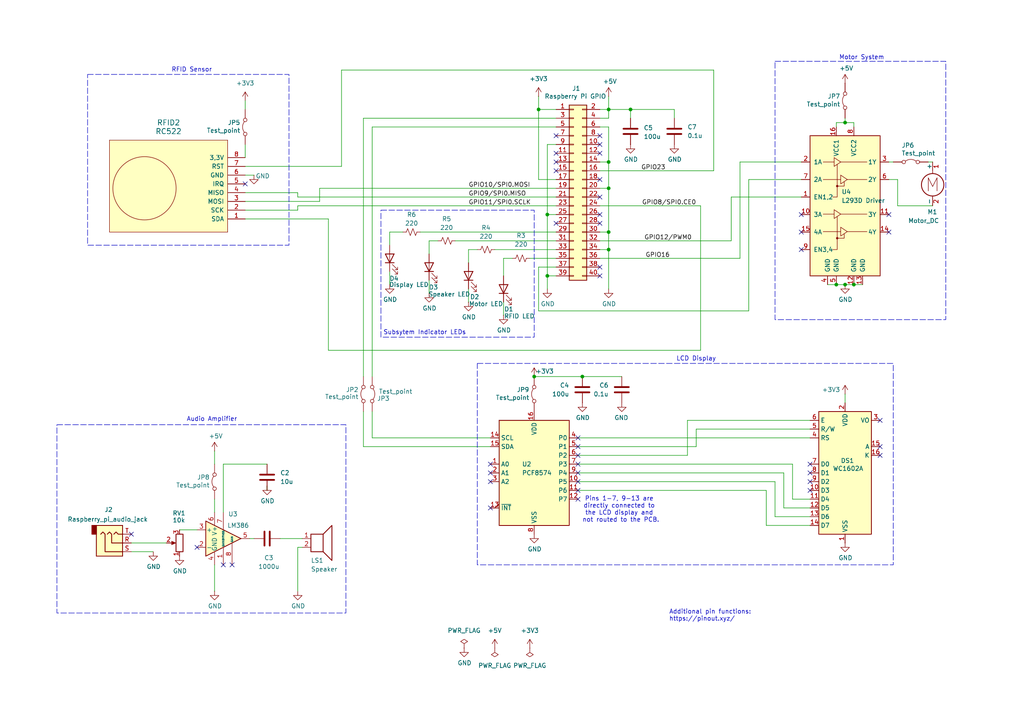
<source format=kicad_sch>
(kicad_sch (version 20231120) (generator "eeschema") (generator_version "8.0")
  (paper "A4")
  (title_block (title "ECE411_Schematic") (date "2024-11-20") (rev "6") (comment 1 "Hiep Thieu"))
  (lib_symbols
    (symbol "+5V_1" (power) (pin_numbers hide) (pin_names (offset 0) hide)
      (property "Value" "+5V" (at 0 3.556 0))
      (symbol "+5V_1_0_1"
        (polyline (pts (xy -0.762 1.27) (xy 0 2.54)))
        (polyline (pts (xy 0 0) (xy 0 2.54)))
        (polyline (pts (xy 0 2.54) (xy 0.762 1.27)))
      )
      (symbol "+5V_1_1_1"
        (pin power_in line (at 0 0 90) (length 0) (name "~") (number "1"))
      )
    )
    (symbol "Amplifier_Audio:LM386" (pin_names (offset 0.127))
      (property "Reference" "U" (at 1.27 7.62 0))
      (property "Value" "LM386" (at 1.27 5.08 0))
      (symbol "LM386_0_1"
        (polyline (pts (xy 5.08 0) (xy -5.08 5.08) (xy -5.08 -5.08) (xy 5.08 0)) (stroke (width 0.254)) (fill (type background)))
      )
      (symbol "LM386_1_1"
        (pin input line (at 0 -7.62 90) (length 5.08) (name "GAIN") (number "1"))
        (pin input line (at -7.62 -2.54 0) (length 2.54) (name "-") (number "2"))
        (pin input line (at -7.62 2.54 0) (length 2.54) (name "+") (number "3"))
        (pin power_in line (at -2.54 -7.62 90) (length 3.81) (name "GND") (number "4"))
        (pin output line (at 7.62 0 180) (length 2.54) (name "~") (number "5"))
        (pin input line (at -2.54 7.62 270) (length 3.81) (name "V+") (number "6"))
        (pin input line (at 0 7.62 270) (length 5.08) (name "BYPASS") (number "7"))
        (pin input line (at 2.54 -7.62 90) (length 6.35) (name "GAIN") (number "8"))
      )
    )
    (symbol "Connector_Audio:AudioJack3"
      (property "Reference" "J" (at 0 8.89 0))
      (property "Value" "AudioJack3" (at 0 6.35 0))
      (symbol "AudioJack3_0_1"
        (rectangle (start -5.08 -5.08) (end -6.35 -2.54) (stroke (width 0.254)) (fill (type outline)))
        (polyline (pts (xy 0 -2.54) (xy 0.635 -3.175) (xy 1.27 -2.54) (xy 2.54 -2.54)) (stroke (width 0.254)))
        (polyline (pts (xy -1.905 -2.54) (xy -1.27 -3.175) (xy -0.635 -2.54) (xy -0.635 0) (xy 2.54 0)) (stroke (width 0.254)))
        (polyline (pts (xy 2.54 2.54) (xy -2.54 2.54) (xy -2.54 -2.54) (xy -3.175 -3.175) (xy -3.81 -2.54)) (stroke (width 0.254)))
        (rectangle (start 2.54 3.81) (end -5.08 -5.08) (stroke (width 0.254)) (fill (type background)))
      )
      (symbol "AudioJack3_1_1"
        (pin passive line (at 5.08 0 180) (length 2.54) (name "~") (number "R"))
        (pin passive line (at 5.08 2.54 180) (length 2.54) (name "~") (number "S"))
        (pin passive line (at 5.08 -2.54 180) (length 2.54) (name "~") (number "T"))
      )
    )
    (symbol "Connector_Generic:Conn_02x20_Odd_Even" (pin_names (offset 1.016) hide)
      (property "Reference" "J" (at 1.27 25.4 0))
      (property "Value" "Conn_02x20_Odd_Even" (at 1.27 -27.94 0))
      (symbol "Conn_02x20_Odd_Even_1_1"
        (rectangle (start -1.27 -25.273) (end 0 -25.527) (stroke (width 0.1524)))
        (rectangle (start -1.27 -22.733) (end 0 -22.987) (stroke (width 0.1524)))
        (rectangle (start -1.27 -20.193) (end 0 -20.447) (stroke (width 0.1524)))
        (rectangle (start -1.27 -17.653) (end 0 -17.907) (stroke (width 0.1524)))
        (rectangle (start -1.27 -15.113) (end 0 -15.367) (stroke (width 0.1524)))
        (rectangle (start -1.27 -12.573) (end 0 -12.827) (stroke (width 0.1524)))
        (rectangle (start -1.27 -10.033) (end 0 -10.287) (stroke (width 0.1524)))
        (rectangle (start -1.27 -7.493) (end 0 -7.747) (stroke (width 0.1524)))
        (rectangle (start -1.27 -4.953) (end 0 -5.207) (stroke (width 0.1524)))
        (rectangle (start -1.27 -2.413) (end 0 -2.667) (stroke (width 0.1524)))
        (rectangle (start -1.27 0.127) (end 0 -0.127) (stroke (width 0.1524)))
        (rectangle (start -1.27 2.667) (end 0 2.413) (stroke (width 0.1524)))
        (rectangle (start -1.27 5.207) (end 0 4.953) (stroke (width 0.1524)))
        (rectangle (start -1.27 7.747) (end 0 7.493) (stroke (width 0.1524)))
        (rectangle (start -1.27 10.287) (end 0 10.033) (stroke (width 0.1524)))
        (rectangle (start -1.27 12.827) (end 0 12.573) (stroke (width 0.1524)))
        (rectangle (start -1.27 15.367) (end 0 15.113) (stroke (width 0.1524)))
        (rectangle (start -1.27 17.907) (end 0 17.653) (stroke (width 0.1524)))
        (rectangle (start -1.27 20.447) (end 0 20.193) (stroke (width 0.1524)))
        (rectangle (start -1.27 22.987) (end 0 22.733) (stroke (width 0.1524)))
        (rectangle (start -1.27 24.13) (end 3.81 -26.67) (stroke (width 0.254)) (fill (type background)))
        (rectangle (start 3.81 -25.273) (end 2.54 -25.527) (stroke (width 0.1524)))
        (rectangle (start 3.81 -22.733) (end 2.54 -22.987) (stroke (width 0.1524)))
        (rectangle (start 3.81 -20.193) (end 2.54 -20.447) (stroke (width 0.1524)))
        (rectangle (start 3.81 -17.653) (end 2.54 -17.907) (stroke (width 0.1524)))
        (rectangle (start 3.81 -15.113) (end 2.54 -15.367) (stroke (width 0.1524)))
        (rectangle (start 3.81 -12.573) (end 2.54 -12.827) (stroke (width 0.1524)))
        (rectangle (start 3.81 -10.033) (end 2.54 -10.287) (stroke (width 0.1524)))
        (rectangle (start 3.81 -7.493) (end 2.54 -7.747) (stroke (width 0.1524)))
        (rectangle (start 3.81 -4.953) (end 2.54 -5.207) (stroke (width 0.1524)))
        (rectangle (start 3.81 -2.413) (end 2.54 -2.667) (stroke (width 0.1524)))
        (rectangle (start 3.81 0.127) (end 2.54 -0.127) (stroke (width 0.1524)))
        (rectangle (start 3.81 2.667) (end 2.54 2.413) (stroke (width 0.1524)))
        (rectangle (start 3.81 5.207) (end 2.54 4.953) (stroke (width 0.1524)))
        (rectangle (start 3.81 7.747) (end 2.54 7.493) (stroke (width 0.1524)))
        (rectangle (start 3.81 10.287) (end 2.54 10.033) (stroke (width 0.1524)))
        (rectangle (start 3.81 12.827) (end 2.54 12.573) (stroke (width 0.1524)))
        (rectangle (start 3.81 15.367) (end 2.54 15.113) (stroke (width 0.1524)))
        (rectangle (start 3.81 17.907) (end 2.54 17.653) (stroke (width 0.1524)))
        (rectangle (start 3.81 20.447) (end 2.54 20.193) (stroke (width 0.1524)))
        (rectangle (start 3.81 22.987) (end 2.54 22.733) (stroke (width 0.1524)))
        (pin passive line (at -5.08 22.86 0) (length 3.81) (name "Pin_1") (number "1"))
        (pin passive line (at 7.62 12.7 180) (length 3.81) (name "Pin_10") (number "10"))
        (pin passive line (at -5.08 10.16 0) (length 3.81) (name "Pin_11") (number "11"))
        (pin passive line (at 7.62 10.16 180) (length 3.81) (name "Pin_12") (number "12"))
        (pin passive line (at -5.08 7.62 0) (length 3.81) (name "Pin_13") (number "13"))
        (pin passive line (at 7.62 7.62 180) (length 3.81) (name "Pin_14") (number "14"))
        (pin passive line (at -5.08 5.08 0) (length 3.81) (name "Pin_15") (number "15"))
        (pin passive line (at 7.62 5.08 180) (length 3.81) (name "Pin_16") (number "16"))
        (pin passive line (at -5.08 2.54 0) (length 3.81) (name "Pin_17") (number "17"))
        (pin passive line (at 7.62 2.54 180) (length 3.81) (name "Pin_18") (number "18"))
        (pin passive line (at -5.08 0 0) (length 3.81) (name "Pin_19") (number "19"))
        (pin passive line (at 7.62 22.86 180) (length 3.81) (name "Pin_2") (number "2"))
        (pin passive line (at 7.62 0 180) (length 3.81) (name "Pin_20") (number "20"))
        (pin passive line (at -5.08 -2.54 0) (length 3.81) (name "Pin_21") (number "21"))
        (pin passive line (at 7.62 -2.54 180) (length 3.81) (name "Pin_22") (number "22"))
        (pin passive line (at -5.08 -5.08 0) (length 3.81) (name "Pin_23") (number "23"))
        (pin passive line (at 7.62 -5.08 180) (length 3.81) (name "Pin_24") (number "24"))
        (pin passive line (at -5.08 -7.62 0) (length 3.81) (name "Pin_25") (number "25"))
        (pin passive line (at 7.62 -7.62 180) (length 3.81) (name "Pin_26") (number "26"))
        (pin passive line (at -5.08 -10.16 0) (length 3.81) (name "Pin_27") (number "27"))
        (pin passive line (at 7.62 -10.16 180) (length 3.81) (name "Pin_28") (number "28"))
        (pin passive line (at -5.08 -12.7 0) (length 3.81) (name "Pin_29") (number "29"))
        (pin passive line (at -5.08 20.32 0) (length 3.81) (name "Pin_3") (number "3"))
        (pin passive line (at 7.62 -12.7 180) (length 3.81) (name "Pin_30") (number "30"))
        (pin passive line (at -5.08 -15.24 0) (length 3.81) (name "Pin_31") (number "31"))
        (pin passive line (at 7.62 -15.24 180) (length 3.81) (name "Pin_32") (number "32"))
        (pin passive line (at -5.08 -17.78 0) (length 3.81) (name "Pin_33") (number "33"))
        (pin passive line (at 7.62 -17.78 180) (length 3.81) (name "Pin_34") (number "34"))
        (pin passive line (at -5.08 -20.32 0) (length 3.81) (name "Pin_35") (number "35"))
        (pin passive line (at 7.62 -20.32 180) (length 3.81) (name "Pin_36") (number "36"))
        (pin passive line (at -5.08 -22.86 0) (length 3.81) (name "Pin_37") (number "37"))
        (pin passive line (at 7.62 -22.86 180) (length 3.81) (name "Pin_38") (number "38"))
        (pin passive line (at -5.08 -25.4 0) (length 3.81) (name "Pin_39") (number "39"))
        (pin passive line (at 7.62 20.32 180) (length 3.81) (name "Pin_4") (number "4"))
        (pin passive line (at 7.62 -25.4 180) (length 3.81) (name "Pin_40") (number "40"))
        (pin passive line (at -5.08 17.78 0) (length 3.81) (name "Pin_5") (number "5"))
        (pin passive line (at 7.62 17.78 180) (length 3.81) (name "Pin_6") (number "6"))
        (pin passive line (at -5.08 15.24 0) (length 3.81) (name "Pin_7") (number "7"))
        (pin passive line (at 7.62 15.24 180) (length 3.81) (name "Pin_8") (number "8"))
        (pin passive line (at -5.08 12.7 0) (length 3.81) (name "Pin_9") (number "9"))
      )
    )
    (symbol "Device:C" (pin_numbers hide) (pin_names (offset 0.254))
      (property "Reference" "C" (at 0.635 2.54 0))
      (property "Value" "C" (at 0.635 -2.54 0))
      (symbol "C_0_1"
        (polyline (pts (xy -2.032 -0.762) (xy 2.032 -0.762)) (stroke (width 0.508)))
        (polyline (pts (xy -2.032 0.762) (xy 2.032 0.762)) (stroke (width 0.508)))
      )
      (symbol "C_1_1"
        (pin passive line (at 0 3.81 270) (length 2.794) (name "~") (number "1"))
        (pin passive line (at 0 -3.81 90) (length 2.794) (name "~") (number "2"))
      )
    )
    (symbol "Device:LED" (pin_numbers hide) (pin_names (offset 1.016) hide)
      (property "Reference" "D" (at 0 2.54 0))
      (property "Value" "LED" (at 0 -2.54 0))
      (symbol "LED_0_1"
        (polyline (pts (xy -1.27 -1.27) (xy -1.27 1.27)) (stroke (width 0.254)))
        (polyline (pts (xy -1.27 0) (xy 1.27 0)))
        (polyline (pts (xy 1.27 -1.27) (xy 1.27 1.27) (xy -1.27 0) (xy 1.27 -1.27)) (stroke (width 0.254)))
        (polyline (pts (xy -3.048 -0.762) (xy -4.572 -2.286) (xy -3.81 -2.286) (xy -4.572 -2.286) (xy -4.572 -1.524)))
        (polyline (pts (xy -1.778 -0.762) (xy -3.302 -2.286) (xy -2.54 -2.286) (xy -3.302 -2.286) (xy -3.302 -1.524)))
      )
      (symbol "LED_1_1"
        (pin passive line (at -3.81 0 0) (length 2.54) (name "K") (number "1"))
        (pin passive line (at 3.81 0 180) (length 2.54) (name "A") (number "2"))
      )
    )
    (symbol "Device:R_Potentiometer" (pin_names (offset 1.016) hide)
      (property "Reference" "RV" (at -4.445 0 90))
      (property "Value" "R_Potentiometer" (at -2.54 0 90))
      (symbol "R_Potentiometer_0_1"
        (polyline (pts (xy 2.54 0) (xy 1.524 0)))
        (polyline (pts (xy 1.143 0) (xy 2.286 0.508) (xy 2.286 -0.508) (xy 1.143 0)) (fill (type outline)))
        (rectangle (start 1.016 2.54) (end -1.016 -2.54) (stroke (width 0.254)))
      )
      (symbol "R_Potentiometer_1_1"
        (pin passive line (at 0 3.81 270) (length 1.27) (name "1") (number "1"))
        (pin passive line (at 3.81 0 180) (length 1.27) (name "2") (number "2"))
        (pin passive line (at 0 -3.81 90) (length 1.27) (name "3") (number "3"))
      )
    )
    (symbol "Device:R_Small_US" (pin_numbers hide) (pin_names (offset 0.254) hide)
      (property "Reference" "R" (at 0.762 0.508 0))
      (property "Value" "R_Small_US" (at 0.762 -1.016 0))
      (symbol "R_Small_US_1_1"
        (polyline (pts (xy 0 0) (xy 1.016 -0.381) (xy 0 -0.762) (xy -1.016 -1.143) (xy 0 -1.524)))
        (polyline (pts (xy 0 1.524) (xy 1.016 1.143) (xy 0 0.762) (xy -1.016 0.381) (xy 0 0)))
        (pin passive line (at 0 2.54 270) (length 1.016) (name "~") (number "1"))
        (pin passive line (at 0 -2.54 90) (length 1.016) (name "~") (number "2"))
      )
    )
    (symbol "Device:Speaker" (pin_names (offset 0) hide)
      (property "Reference" "LS" (at 1.27 5.715 0))
      (property "Value" "Speaker" (at 1.27 3.81 0))
      (symbol "Speaker_0_0"
        (rectangle (start -2.54 1.27) (end 1.016 -3.81) (stroke (width 0.254)))
        (polyline (pts (xy 1.016 1.27) (xy 3.556 3.81) (xy 3.556 -6.35) (xy 1.016 -3.81)) (stroke (width 0.254)))
      )
      (symbol "Speaker_1_1"
        (pin input line (at -5.08 0 0) (length 2.54) (name "1") (number "1"))
        (pin input line (at -5.08 -2.54 0) (length 2.54) (name "2") (number "2"))
      )
    )
    (symbol "Driver_Motor:L293D" (pin_names (offset 1.016))
      (property "Reference" "U" (at -5.08 26.035 0))
      (property "Value" "L293D" (at -5.08 24.13 0))
      (symbol "L293D_0_1"
        (rectangle (start -10.16 22.86) (end 10.16 -17.78) (stroke (width 0.254)) (fill (type background)))
        (circle (center -2.286 -6.858) (radius 0.254) (fill (type outline)))
        (circle (center -2.286 8.255) (radius 0.254) (fill (type outline)))
        (polyline (pts (xy -6.35 -4.953) (xy -1.27 -4.953)))
        (polyline (pts (xy -6.35 0.127) (xy -3.175 0.127)))
        (polyline (pts (xy -6.35 10.16) (xy -1.27 10.16)))
        (polyline (pts (xy -6.35 15.24) (xy -3.175 15.24)))
        (polyline (pts (xy -1.27 0.127) (xy 6.35 0.127)))
        (polyline (pts (xy -1.27 15.24) (xy 6.35 15.24)))
        (polyline (pts (xy 0.635 -4.953) (xy 6.35 -4.953)))
        (polyline (pts (xy 0.635 10.16) (xy 6.35 10.16)))
        (polyline (pts (xy -2.286 -6.858) (xy -0.254 -6.858) (xy -0.254 -5.588)))
        (polyline (pts (xy -2.286 -0.635) (xy -2.286 -10.16) (xy -3.556 -10.16)))
        (polyline (pts (xy -2.286 8.255) (xy -0.254 8.255) (xy -0.254 9.525)))
        (polyline (pts (xy -2.286 14.478) (xy -2.286 5.08) (xy -3.556 5.08)))
        (polyline (pts (xy -3.175 1.397) (xy -3.175 -1.143) (xy -1.27 0.127) (xy -3.175 1.397)))
        (polyline (pts (xy -3.175 16.51) (xy -3.175 13.97) (xy -1.27 15.24) (xy -3.175 16.51)))
        (polyline (pts (xy -1.27 -3.683) (xy -1.27 -6.223) (xy 0.635 -4.953) (xy -1.27 -3.683)))
        (polyline (pts (xy -1.27 11.43) (xy -1.27 8.89) (xy 0.635 10.16) (xy -1.27 11.43)))
      )
      (symbol "L293D_1_1"
        (pin input line (at -12.7 5.08 0) (length 2.54) (name "EN1,2") (number "1"))
        (pin input line (at -12.7 0 0) (length 2.54) (name "3A") (number "10"))
        (pin output line (at 12.7 0 180) (length 2.54) (name "3Y") (number "11"))
        (pin power_in line (at 2.54 -20.32 90) (length 2.54) (name "GND") (number "12"))
        (pin power_in line (at 5.08 -20.32 90) (length 2.54) (name "GND") (number "13"))
        (pin output line (at 12.7 -5.08 180) (length 2.54) (name "4Y") (number "14"))
        (pin input line (at -12.7 -5.08 0) (length 2.54) (name "4A") (number "15"))
        (pin input line (at -2.54 25.4 270) (length 2.54) (name "VCC1") (number "16"))
        (pin input line (at -12.7 15.24 0) (length 2.54) (name "1A") (number "2"))
        (pin output line (at 12.7 15.24 180) (length 2.54) (name "1Y") (number "3"))
        (pin power_in line (at -5.08 -20.32 90) (length 2.54) (name "GND") (number "4"))
        (pin power_in line (at -2.54 -20.32 90) (length 2.54) (name "GND") (number "5"))
        (pin output line (at 12.7 10.16 180) (length 2.54) (name "2Y") (number "6"))
        (pin input line (at -12.7 10.16 0) (length 2.54) (name "2A") (number "7"))
        (pin input line (at 2.54 25.4 270) (length 2.54) (name "VCC2") (number "8"))
        (pin input line (at -12.7 -10.16 0) (length 2.54) (name "EN3,4") (number "9"))
      )
    )
    (symbol "GND_1" (power) (pin_numbers hide) (pin_names (offset 0) hide)
      (property "Value" "GND" (at 0 -3.81 0))
      (symbol "GND_1_0_1"
        (polyline (pts (xy 0 0) (xy 0 -1.27) (xy 1.27 -1.27) (xy 0 -2.54) (xy -1.27 -1.27) (xy 0 -1.27)))
      )
      (symbol "GND_1_1_1"
        (pin power_in line (at 0 0 270) (length 0) (name "~") (number "1"))
      )
    )
    (symbol "GND_2" (power) (pin_numbers hide) (pin_names (offset 0) hide)
      (property "Value" "GND" (at 0 -3.81 0))
      (symbol "GND_2_0_1"
        (polyline (pts (xy 0 0) (xy 0 -1.27) (xy 1.27 -1.27) (xy 0 -2.54) (xy -1.27 -1.27) (xy 0 -1.27)))
      )
      (symbol "GND_2_1_1"
        (pin power_in line (at 0 0 270) (length 0) (name "~") (number "1"))
      )
    )
    (symbol "GND_4" (power) (pin_numbers hide) (pin_names (offset 0) hide)
      (property "Value" "GND" (at 0 -3.81 0))
      (symbol "GND_4_0_1"
        (polyline (pts (xy 0 0) (xy 0 -1.27) (xy 1.27 -1.27) (xy 0 -2.54) (xy -1.27 -1.27) (xy 0 -1.27)))
      )
      (symbol "GND_4_1_1"
        (pin power_in line (at 0 0 270) (length 0) (name "~") (number "1"))
      )
    )
    (symbol "Jumper:Jumper_2_Bridged" (pin_numbers hide) (pin_names (offset 0) hide) (exclude_from_sim yes)
      (property "Reference" "JP" (at 0 1.905 0))
      (property "Value" "Jumper_2_Bridged" (at 0 -2.54 0))
      (symbol "Jumper_2_Bridged_0_0"
        (circle (center -2.032 0) (radius 0.508))
        (circle (center 2.032 0) (radius 0.508))
      )
      (symbol "Jumper_2_Bridged_0_1"
        (arc (start 1.524 0.254) (mid 0 0.762) (end -1.524 0.254))
      )
      (symbol "Jumper_2_Bridged_1_1"
        (pin passive line (at -5.08 0 0) (length 2.54) (name "A") (number "1"))
        (pin passive line (at 5.08 0 180) (length 2.54) (name "B") (number "2"))
      )
    )
    (symbol "RC522_1" (pin_names (offset 1.016))
      (property "Reference" "RFID" (at 0 5.08 0))
      (property "Value" "RC522" (at 0 10.16 0))
      (symbol "RC522_1_0_1"
        (circle (center 0 6.35) (radius 9.1694))
      )
      (symbol "RC522_1_1_1"
        (rectangle (start -13.97 30.48) (end 12.7 -3.81) (fill (type background)))
        (pin output line (at 8.89 35.56 270) (length 5.08) (name "SDA") (number "1"))
        (pin output line (at 6.35 35.56 270) (length 5.08) (name "SCK") (number "2"))
        (pin output line (at 3.81 35.56 270) (length 5.08) (name "MOSI") (number "3"))
        (pin output line (at 1.27 35.56 270) (length 5.08) (name "MISO") (number "4"))
        (pin output line (at -1.27 35.56 270) (length 5.08) (name "IRQ") (number "5"))
        (pin power_in line (at -3.81 35.56 270) (length 5.08) (name "GND") (number "6"))
        (pin input line (at -6.35 35.56 270) (length 5.08) (name "RST") (number "7"))
        (pin input line (at -8.89 35.56 270) (length 5.08) (name "3,3V") (number "8"))
      )
    )
    (symbol "power:+3V3" (power) (pin_numbers hide) (pin_names (offset 0) hide)
      (property "Value" "+3V3" (at 0 3.556 0))
      (symbol "+3V3_0_1"
        (polyline (pts (xy -0.762 1.27) (xy 0 2.54)))
        (polyline (pts (xy 0 0) (xy 0 2.54)))
        (polyline (pts (xy 0 2.54) (xy 0.762 1.27)))
      )
      (symbol "+3V3_1_1"
        (pin power_in line (at 0 0 90) (length 0) (name "~") (number "1"))
      )
    )
    (symbol "power:+5V" (power) (pin_numbers hide) (pin_names (offset 0) hide)
      (property "Value" "+5V" (at 0 3.556 0))
      (symbol "+5V_0_1"
        (polyline (pts (xy -0.762 1.27) (xy 0 2.54)))
        (polyline (pts (xy 0 0) (xy 0 2.54)))
        (polyline (pts (xy 0 2.54) (xy 0.762 1.27)))
      )
      (symbol "+5V_1_1"
        (pin power_in line (at 0 0 90) (length 0) (name "~") (number "1"))
      )
    )
    (symbol "power:GND" (power) (pin_numbers hide) (pin_names (offset 0) hide)
      (property "Value" "GND" (at 0 -3.81 0))
      (symbol "GND_0_1"
        (polyline (pts (xy 0 0) (xy 0 -1.27) (xy 1.27 -1.27) (xy 0 -2.54) (xy -1.27 -1.27) (xy 0 -1.27)))
      )
      (symbol "GND_1_1"
        (pin power_in line (at 0 0 270) (length 0) (name "~") (number "1"))
      )
    )
    (symbol "power:PWR_FLAG" (power) (pin_numbers hide) (pin_names (offset 0) hide)
      (property "Value" "PWR_FLAG" (at 0 3.81 0))
      (symbol "PWR_FLAG_0_0"
        (pin power_out line (at 0 0 90) (length 0) (name "~") (number "1"))
      )
      (symbol "PWR_FLAG_0_1"
        (polyline (pts (xy 0 0) (xy 0 1.27) (xy -1.016 1.905) (xy 0 2.54) (xy 1.016 1.905) (xy 0 1.27)))
      )
    )
    (symbol "spotify_player_components:Motor_DC" (pin_names (offset 0))
      (property "Reference" "M" (at 2.54 2.54 0))
      (property "Value" "Motor_DC" (at 2.54 -5.08 0))
      (symbol "Motor_DC_0_0"
        (polyline (pts (xy -1.27 -3.302) (xy -1.27 0.508) (xy 0 -2.032) (xy 1.27 0.508) (xy 1.27 -3.302)))
      )
      (symbol "Motor_DC_0_1"
        (circle (center 0 -1.524) (radius 3.2512) (stroke (width 0.254)))
        (polyline (pts (xy 0 -7.62) (xy 0 -7.112)))
        (polyline (pts (xy 0 -4.7752) (xy 0 -5.1816)))
        (polyline (pts (xy 0 1.7272) (xy 0 2.0828)))
        (polyline (pts (xy 0 2.032) (xy 0 2.54)))
      )
      (symbol "Motor_DC_1_1"
        (pin passive line (at 0 5.08 270) (length 2.54) (name "+") (number "1"))
        (pin passive line (at 0 -7.62 90) (length 2.54) (name "-") (number "2"))
      )
    )
    (symbol "spotify_player_components:PCF8574"
      (property "Reference" "U" (at -8.89 16.51 0))
      (property "Value" "PCF8574" (at 2.54 16.51 0))
      (symbol "PCF8574_0_1"
        (rectangle (start -10.16 15.24) (end 10.16 -15.24) (stroke (width 0.254)) (fill (type background)))
      )
      (symbol "PCF8574_1_1"
        (pin input line (at -12.7 2.54 0) (length 2.54) (name "A0") (number "1"))
        (pin bidirectional line (at 12.7 -2.54 180) (length 2.54) (name "P5") (number "10"))
        (pin bidirectional line (at 12.7 -5.08 180) (length 2.54) (name "P6") (number "11"))
        (pin bidirectional line (at 12.7 -7.62 180) (length 2.54) (name "P7") (number "12"))
        (pin open_collector output_low (at -12.7 -10.16 0) (length 2.54) (name "~{INT}") (number "13"))
        (pin input line (at -12.7 10.16 0) (length 2.54) (name "SCL") (number "14"))
        (pin bidirectional line (at -12.7 7.62 0) (length 2.54) (name "SDA") (number "15"))
        (pin input line (at 0 17.78 270) (length 2.54) (name "VDD") (number "16"))
        (pin input line (at -12.7 0 0) (length 2.54) (name "A1") (number "2"))
        (pin input line (at -12.7 -2.54 0) (length 2.54) (name "A2") (number "3"))
        (pin bidirectional line (at 12.7 10.16 180) (length 2.54) (name "P0") (number "4"))
        (pin bidirectional line (at 12.7 7.62 180) (length 2.54) (name "P1") (number "5"))
        (pin bidirectional line (at 12.7 5.08 180) (length 2.54) (name "P2") (number "6"))
        (pin bidirectional line (at 12.7 2.54 180) (length 2.54) (name "P3") (number "7"))
        (pin power_in line (at 0 -17.78 90) (length 2.54) (name "VSS") (number "8"))
        (pin bidirectional line (at 12.7 0 180) (length 2.54) (name "P4") (number "9"))
      )
    )
    (symbol "spotify_player_components:WC1602A"
      (property "Reference" "DS" (at -5.842 19.05 0))
      (property "Value" "WC1602A" (at 5.334 19.05 0))
      (symbol "WC1602A_1_1"
        (rectangle (start -7.62 17.78) (end 7.62 -17.78) (stroke (width 0.254)) (fill (type background)))
        (pin power_in line (at 0 -20.32 90) (length 2.54) (name "VSS") (number "1"))
        (pin input line (at -10.16 -5.08 0) (length 2.54) (name "D3") (number "10"))
        (pin input line (at -10.16 -7.62 0) (length 2.54) (name "D4") (number "11"))
        (pin input line (at -10.16 -10.16 0) (length 2.54) (name "D5") (number "12"))
        (pin input line (at -10.16 -12.7 0) (length 2.54) (name "D6") (number "13"))
        (pin input line (at -10.16 -15.24 0) (length 2.54) (name "D7") (number "14"))
        (pin power_in line (at 10.16 7.62 180) (length 2.54) (name "A") (number "15"))
        (pin power_in line (at 10.16 5.08 180) (length 2.54) (name "K") (number "16"))
        (pin power_in line (at 0 20.32 270) (length 2.54) (name "VDD") (number "2"))
        (pin input line (at 10.16 15.24 180) (length 2.54) (name "VO") (number "3"))
        (pin input line (at -10.16 10.16 0) (length 2.54) (name "RS") (number "4"))
        (pin input line (at -10.16 12.7 0) (length 2.54) (name "R/W") (number "5"))
        (pin input line (at -10.16 15.24 0) (length 2.54) (name "E") (number "6"))
        (pin input line (at -10.16 2.54 0) (length 2.54) (name "D0") (number "7"))
        (pin input line (at -10.16 0 0) (length 2.54) (name "D1") (number "8"))
        (pin input line (at -10.16 -2.54 0) (length 2.54) (name "D2") (number "9"))
      )
    )
  )
  (junction (at 158.75 62.23))
  (junction (at 247.65 82.55))
  (junction (at 156.21 31.75))
  (junction (at 242.57 82.55))
  (junction (at 182.88 31.75))
  (junction (at 154.94 109.22))
  (junction (at 245.11 35.56))
  (junction (at 158.75 80.01))
  (junction (at 176.53 54.61))
  (junction (at 168.91 109.22))
  (junction (at 176.53 46.99))
  (junction (at 176.53 67.31))
  (junction (at 245.11 82.55))
  (junction (at 176.53 72.39))
  (junction (at 176.53 31.75))
  (no_connect (at 161.29 39.37))
  (no_connect (at 232.41 62.23))
  (no_connect (at 257.81 62.23))
  (no_connect (at 67.31 163.83))
  (no_connect (at 167.64 134.62))
  (no_connect (at 57.15 158.75))
  (no_connect (at 71.12 53.34))
  (no_connect (at 142.24 134.62))
  (no_connect (at 234.95 142.24))
  (no_connect (at 173.99 80.01))
  (no_connect (at 167.64 144.78))
  (no_connect (at 257.81 67.31))
  (no_connect (at 173.99 57.15))
  (no_connect (at 232.41 67.31))
  (no_connect (at 167.64 127))
  (no_connect (at 167.64 132.08))
  (no_connect (at 234.95 134.62))
  (no_connect (at 167.64 129.54))
  (no_connect (at 142.24 139.7))
  (no_connect (at 173.99 52.07))
  (no_connect (at 173.99 41.91))
  (no_connect (at 161.29 64.77))
  (no_connect (at 255.27 121.92))
  (no_connect (at 232.41 72.39))
  (no_connect (at 173.99 62.23))
  (no_connect (at 142.24 147.32))
  (no_connect (at 167.64 142.24))
  (no_connect (at 234.95 137.16))
  (no_connect (at 161.29 49.53))
  (no_connect (at 173.99 77.47))
  (no_connect (at 161.29 44.45))
  (no_connect (at 234.95 139.7))
  (no_connect (at 173.99 64.77))
  (no_connect (at 167.64 139.7))
  (no_connect (at 38.1 154.94))
  (no_connect (at 255.27 129.54))
  (no_connect (at 142.24 137.16))
  (no_connect (at 64.77 163.83))
  (no_connect (at 255.27 132.08))
  (no_connect (at 167.64 137.16))
  (no_connect (at 161.29 46.99))
  (no_connect (at 173.99 44.45))
  (no_connect (at 173.99 39.37))
  (wire (pts (xy 158.75 62.23) (xy 158.75 80.01)))
  (wire (pts (xy 64.77 148.59) (xy 64.77 134.62)))
  (wire (pts (xy 158.75 80.01) (xy 158.75 83.82)))
  (wire (pts (xy 167.64 127) (xy 234.95 127)))
  (wire (pts (xy 182.88 31.75) (xy 182.88 34.29)))
  (wire (pts (xy 52.07 153.67) (xy 57.15 153.67)))
  (wire (pts (xy 224.79 139.7) (xy 224.79 149.86)))
  (wire (pts (xy 124.46 73.66) (xy 124.46 69.85)))
  (wire (pts (xy 71.12 58.42) (xy 92.71 58.42)))
  (wire (pts (xy 92.71 54.61) (xy 92.71 58.42)))
  (wire (pts (xy 247.65 35.56) (xy 247.65 36.83)))
  (wire (pts (xy 156.21 27.94) (xy 156.21 31.75)))
  (wire (pts (xy 180.34 109.22) (xy 168.91 109.22)))
  (wire (pts (xy 132.08 69.85) (xy 161.29 69.85)))
  (wire (pts (xy 232.41 57.15) (xy 212.09 57.15)))
  (wire (pts (xy 227.33 147.32) (xy 234.95 147.32)))
  (wire (pts (xy 176.53 46.99) (xy 176.53 54.61)))
  (wire (pts (xy 146.05 87.63) (xy 146.05 91.44)))
  (wire (pts (xy 48.26 157.48) (xy 38.1 157.48)))
  (wire (pts (xy 105.41 34.29) (xy 161.29 34.29)))
  (wire (pts (xy 173.99 74.93) (xy 214.63 74.93)))
  (wire (pts (xy 99.06 48.26) (xy 99.06 20.32)))
  (wire (pts (xy 176.53 54.61) (xy 176.53 67.31)))
  (wire (pts (xy 176.53 72.39) (xy 173.99 72.39)))
  (wire (pts (xy 158.75 80.01) (xy 161.29 80.01)))
  (wire (pts (xy 173.99 46.99) (xy 176.53 46.99)))
  (wire (pts (xy 203.2 101.6) (xy 203.2 59.69)))
  (wire (pts (xy 64.77 134.62) (xy 77.47 134.62)))
  (wire (pts (xy 201.93 124.46) (xy 234.95 124.46)))
  (wire (pts (xy 62.23 163.83) (xy 62.23 171.45)))
  (wire (pts (xy 260.35 52.07) (xy 260.35 59.69)))
  (wire (pts (xy 142.24 127) (xy 107.95 127)))
  (wire (pts (xy 232.41 52.07) (xy 217.17 52.07)))
  (wire (pts (xy 176.53 27.94) (xy 176.53 31.75)))
  (wire (pts (xy 71.12 41.91) (xy 71.12 45.72)))
  (wire (pts (xy 77.47 140.97) (xy 77.47 142.24)))
  (wire (pts (xy 143.51 72.39) (xy 161.29 72.39)))
  (wire (pts (xy 173.99 69.85) (xy 212.09 69.85)))
  (wire (pts (xy 176.53 31.75) (xy 173.99 31.75)))
  (wire (pts (xy 71.12 50.8) (xy 73.66 50.8)))
  (wire (pts (xy 71.12 48.26) (xy 99.06 48.26)))
  (wire (pts (xy 176.53 36.83) (xy 173.99 36.83)))
  (wire (pts (xy 71.12 60.96) (xy 86.36 60.96)))
  (wire (pts (xy 92.71 54.61) (xy 161.29 54.61)))
  (wire (pts (xy 167.64 134.62) (xy 229.87 134.62)))
  (wire (pts (xy 95.25 101.6) (xy 203.2 101.6)))
  (wire (pts (xy 207.01 20.32) (xy 207.01 49.53)))
  (wire (pts (xy 156.21 90.17) (xy 156.21 77.47)))
  (wire (pts (xy 176.53 67.31) (xy 173.99 67.31)))
  (wire (pts (xy 113.03 71.12) (xy 113.03 67.31)))
  (wire (pts (xy 245.11 82.55) (xy 247.65 82.55)))
  (wire (pts (xy 167.64 132.08) (xy 199.39 132.08)))
  (wire (pts (xy 38.1 160.02) (xy 44.45 160.02)))
  (wire (pts (xy 245.11 35.56) (xy 247.65 35.56)))
  (wire (pts (xy 182.88 31.75) (xy 176.53 31.75)))
  (wire (pts (xy 146.05 74.93) (xy 146.05 80.01)))
  (wire (pts (xy 81.28 156.21) (xy 87.63 156.21)))
  (wire (pts (xy 156.21 52.07) (xy 161.29 52.07)))
  (wire (pts (xy 62.23 130.81) (xy 62.23 134.62)))
  (wire (pts (xy 167.64 142.24) (xy 222.25 142.24)))
  (wire (pts (xy 173.99 49.53) (xy 207.01 49.53)))
  (wire (pts (xy 156.21 52.07) (xy 156.21 31.75)))
  (wire (pts (xy 199.39 121.92) (xy 234.95 121.92)))
  (wire (pts (xy 173.99 34.29) (xy 176.53 34.29)))
  (wire (pts (xy 195.58 31.75) (xy 182.88 31.75)))
  (wire (pts (xy 176.53 67.31) (xy 176.53 72.39)))
  (wire (pts (xy 229.87 134.62) (xy 229.87 144.78)))
  (wire (pts (xy 242.57 35.56) (xy 245.11 35.56)))
  (wire (pts (xy 71.12 55.88) (xy 86.36 55.88)))
  (wire (pts (xy 168.91 109.22) (xy 154.94 109.22)))
  (wire (pts (xy 107.95 119.38) (xy 107.95 127)))
  (wire (pts (xy 161.29 74.93) (xy 153.67 74.93)))
  (wire (pts (xy 105.41 109.22) (xy 105.41 34.29)))
  (wire (pts (xy 257.81 46.99) (xy 259.08 46.99)))
  (wire (pts (xy 227.33 137.16) (xy 227.33 147.32)))
  (wire (pts (xy 167.64 139.7) (xy 224.79 139.7)))
  (wire (pts (xy 62.23 144.78) (xy 62.23 148.59)))
  (wire (pts (xy 86.36 59.69) (xy 86.36 60.96)))
  (wire (pts (xy 167.64 137.16) (xy 227.33 137.16)))
  (wire (pts (xy 146.05 74.93) (xy 148.59 74.93)))
  (wire (pts (xy 199.39 132.08) (xy 199.39 121.92)))
  (wire (pts (xy 72.39 156.21) (xy 73.66 156.21)))
  (wire (pts (xy 195.58 34.29) (xy 195.58 31.75)))
  (wire (pts (xy 176.53 36.83) (xy 176.53 46.99)))
  (wire (pts (xy 212.09 57.15) (xy 212.09 69.85)))
  (wire (pts (xy 247.65 82.55) (xy 250.19 82.55)))
  (wire (pts (xy 242.57 82.55) (xy 245.11 82.55)))
  (wire (pts (xy 167.64 129.54) (xy 201.93 129.54)))
  (wire (pts (xy 107.95 36.83) (xy 107.95 109.22)))
  (wire (pts (xy 257.81 52.07) (xy 260.35 52.07)))
  (wire (pts (xy 201.93 129.54) (xy 201.93 124.46)))
  (wire (pts (xy 113.03 67.31) (xy 116.84 67.31)))
  (wire (pts (xy 232.41 46.99) (xy 214.63 46.99)))
  (wire (pts (xy 229.87 144.78) (xy 234.95 144.78)))
  (wire (pts (xy 156.21 31.75) (xy 161.29 31.75)))
  (wire (pts (xy 222.25 142.24) (xy 222.25 152.4)))
  (wire (pts (xy 158.75 41.91) (xy 158.75 62.23)))
  (wire (pts (xy 135.89 76.2) (xy 135.89 72.39)))
  (wire (pts (xy 86.36 57.15) (xy 161.29 57.15)))
  (wire (pts (xy 161.29 36.83) (xy 107.95 36.83)))
  (wire (pts (xy 242.57 35.56) (xy 242.57 36.83)))
  (wire (pts (xy 224.79 149.86) (xy 234.95 149.86)))
  (wire (pts (xy 222.25 152.4) (xy 234.95 152.4)))
  (wire (pts (xy 240.03 82.55) (xy 242.57 82.55)))
  (wire (pts (xy 176.53 72.39) (xy 176.53 83.82)))
  (wire (pts (xy 95.25 63.5) (xy 95.25 101.6)))
  (wire (pts (xy 71.12 29.21) (xy 71.12 31.75)))
  (wire (pts (xy 176.53 34.29) (xy 176.53 31.75)))
  (wire (pts (xy 245.11 34.29) (xy 245.11 35.56)))
  (wire (pts (xy 71.12 63.5) (xy 95.25 63.5)))
  (wire (pts (xy 113.03 82.55) (xy 113.03 78.74)))
  (wire (pts (xy 158.75 41.91) (xy 161.29 41.91)))
  (wire (pts (xy 245.11 114.3) (xy 245.11 116.84)))
  (wire (pts (xy 158.75 62.23) (xy 161.29 62.23)))
  (wire (pts (xy 124.46 69.85) (xy 127 69.85)))
  (wire (pts (xy 105.41 129.54) (xy 105.41 119.38)))
  (wire (pts (xy 135.89 87.63) (xy 135.89 83.82)))
  (wire (pts (xy 217.17 90.17) (xy 156.21 90.17)))
  (wire (pts (xy 121.92 67.31) (xy 161.29 67.31)))
  (wire (pts (xy 173.99 54.61) (xy 176.53 54.61)))
  (wire (pts (xy 124.46 81.28) (xy 124.46 85.09)))
  (wire (pts (xy 260.35 59.69) (xy 270.51 59.69)))
  (wire (pts (xy 86.36 158.75) (xy 87.63 158.75)))
  (wire (pts (xy 142.24 129.54) (xy 105.41 129.54)))
  (wire (pts (xy 269.24 46.99) (xy 270.51 46.99)))
  (wire (pts (xy 217.17 52.07) (xy 217.17 90.17)))
  (wire (pts (xy 214.63 46.99) (xy 214.63 74.93)))
  (wire (pts (xy 173.99 59.69) (xy 203.2 59.69)))
  (wire (pts (xy 99.06 20.32) (xy 207.01 20.32)))
  (wire (pts (xy 86.36 158.75) (xy 86.36 171.45)))
  (wire (pts (xy 156.21 77.47) (xy 161.29 77.47)))
  (wire (pts (xy 86.36 59.69) (xy 161.29 59.69)))
  (wire (pts (xy 135.89 72.39) (xy 138.43 72.39)))
  (wire (pts (xy 86.36 55.88) (xy 86.36 57.15)))
  (rectangle (start 224.79 17.78) (end 274.32 92.71) (stroke (width 0) (type dash)))
  (rectangle (start 138.43 105.41) (end 259.08 163.83) (stroke (width 0) (type dash)))
  (rectangle (start 25.4 21.59) (end 83.82 71.12) (stroke (width 0) (type dash)))
  (rectangle (start 16.51 123.19) (end 100.33 177.8) (stroke (width 0) (type dash)))
  (rectangle (start 110.49 60.96) (end 154.94 97.79) (stroke (width 0) (type dash)))
  (text "RFID Sensor" (at 55.626 20.32 0) (effects (font (size 1.27 1.27))))
  (text "LCD Display" (at 201.93 104.14 0) (effects (font (size 1.27 1.27))))
  (text "Additional pin functions:\nhttps://pinout.xyz/" (at 194.056 180.34 0) (effects (font (size 1.27 1.27)) (justify left bottom)))
  (text "Audio Amplifier\n" (at 61.468 121.666 0) (effects (font (size 1.27 1.27))))
  (text "Motor System" (at 249.936 16.764 0) (effects (font (size 1.27 1.27))))
  (text "Pins 1-7, 9-13 are \ndirectly connected to \nthe LCD display and \nnot routed to the PCB." (at 180.086 147.828 0) (effects (font (size 1.27 1.27))))
  (text "Subsytem Indicator LEDs" (at 123.19 96.52 0) (effects (font (size 1.27 1.27))))
  (label "GPIO16" (at 194.31 74.93 180))
  (label "GPIO8{slash}SPI0.CE0" (at 201.93 59.69 180))
  (label "GPIO10{slash}SPI0.MOSI" (at 135.89 54.61 0))
  (label "GPIO12{slash}PWM0" (at 200.66 69.85 180))
  (label "GPIO23" (at 193.04 49.53 180))
  (label "GPIO11{slash}SPI0.SCLK" (at 135.89 59.69 0))
  (label "GPIO9{slash}SPI0.MISO" (at 135.89 57.15 0))
  (symbol (lib_id "Connector_Generic:Conn_02x20_Odd_Even") (at 166.37 54.61 0) (unit 1)
    (property "Reference" "J1" (at 167.132 25.654 0))
    (property "Value" "Raspberry Pi GPIO" (at 166.878 27.94 0))
    (property "Footprint" "Connector_PinSocket_2.54mm:PinSocket_2x20_P2.54mm_Vertical" (effects (hide yes)))
    (property "Description" "Generic connector, double row, 02x20, odd/even pin numbering scheme (row 1 odd numbers, row 2 even numbers), script generated (kicad-library-utils/schlib/autogen/connector/)" (effects (hide yes)))
  )
  (symbol (lib_name "+5V_1") (lib_id "power:+5V") (at 245.11 24.13 0) (unit 1)
    (property "Reference" "#PWR016" (effects (hide yes)))
    (property "Value" "+5V" (at 245.4783 19.8056 0))
    (property "Description" "Power symbol creates a global label with name \"+5V\"" (effects (hide yes)))
  )
  (symbol (lib_name "GND_2") (lib_id "power:GND") (at 245.11 82.55 0) (unit 1)
    (property "Reference" "#PWR017" (effects (hide yes)))
    (property "Value" "GND" (at 245.2243 86.8744 0))
    (property "Description" "Power symbol creates a global label with name \"GND\" , ground" (effects (hide yes)))
  )
  (symbol (lib_id "Device:R_Potentiometer") (at 52.07 157.48 180) (unit 1)
    (property "Reference" "RV1" (at 50.038 148.844 0) (effects (justify right)))
    (property "Value" "10k" (at 50.038 150.876 0) (effects (justify right)))
    (property "Footprint" "Potentiometer_THT:Potentiometer_Bourns_3299W_Vertical" (effects (hide yes)))
    (property "Description" "Potentiometer" (effects (hide yes)))
  )
  (symbol (lib_id "Device:R_Small_US") (at 151.13 74.93 90) (unit 1)
    (property "Reference" "R3" (at 151.13 68.326 90))
    (property "Value" "220" (at 151.13 70.866 90))
    (property "Footprint" "Resistor_SMD:R_0805_2012Metric_Pad1.20x1.40mm_HandSolder" (effects (hide yes)))
    (property "Description" "Resistor, small US symbol" (effects (hide yes)))
  )
  (symbol (lib_id "Device:C") (at 168.91 113.03 0) (mirror y) (unit 1)
    (property "Reference" "C4" (at 165.1 111.7599 0) (effects (justify left)))
    (property "Value" "100u" (at 165.1 114.2999 0) (effects (justify left)))
    (property "Footprint" "Capacitor_SMD:C_0805_2012Metric_Pad1.18x1.45mm_HandSolder" (effects (hide yes)))
    (property "Description" "Unpolarized capacitor" (effects (hide yes)))
  )
  (symbol (lib_name "GND_1") (lib_id "power:GND") (at 158.75 83.82 0) (unit 1)
    (property "Reference" "#PWR010" (effects (hide yes)))
    (property "Value" "GND" (at 158.8643 88.1444 0))
    (property "Description" "Power symbol creates a global label with name \"GND\" , ground" (effects (hide yes)))
  )
  (symbol (lib_name "GND_1") (lib_id "power:GND") (at 168.91 116.84 0) (unit 1)
    (property "Reference" "#PWR028" (effects (hide yes)))
    (property "Value" "GND" (at 169.0243 121.1644 0))
    (property "Description" "Power symbol creates a global label with name \"GND\" , ground" (effects (hide yes)))
  )
  (symbol (lib_id "Jumper:Jumper_2_Bridged") (at 105.41 114.3 90) (unit 1) (exclude_from_sim yes)
    (property "Reference" "JP2" (at 100.33 113.03 90) (effects (justify right)))
    (property "Value" "Test_point" (at 94.234 115.062 90) (effects (justify right)))
    (property "Footprint" "Resistor_THT:R_Axial_DIN0204_L3.6mm_D1.6mm_P2.54mm_Vertical" (effects (hide yes)))
    (property "Description" "Jumper, 2-pole, closed/bridged" (effects (hide yes)))
  )
  (symbol (lib_id "Connector_Audio:AudioJack3") (at 33.02 157.48 0) (mirror x) (unit 1) (on_board no)
    (property "Reference" "J2" (at 31.496 147.828 0))
    (property "Value" "Raspberry_pi_audio_jack" (at 31.242 150.622 0))
    (property "Description" "Audio Jack, 3 Poles (Stereo / TRS)" (effects (hide yes)))
  )
  (symbol (lib_name "GND_2") (lib_id "power:GND") (at 245.11 157.48 0) (unit 1)
    (property "Reference" "#PWR019" (effects (hide yes)))
    (property "Value" "GND" (at 245.2243 161.8044 0))
    (property "Description" "Power symbol creates a global label with name \"GND\" , ground" (effects (hide yes)))
  )
  (symbol (lib_id "power:+3V3") (at 153.67 187.96 0) (unit 1)
    (property "Reference" "#PWR07" (effects (hide yes)))
    (property "Value" "+3V3" (at 153.67 182.88 0))
    (property "Description" "Power symbol creates a global label with name \"+3V3\"" (effects (hide yes)))
  )
  (symbol (lib_id "Device:R_Small_US") (at 119.38 67.31 90) (unit 1)
    (property "Reference" "R6" (at 119.38 62.23 90))
    (property "Value" "220" (at 119.38 64.77 90))
    (property "Footprint" "Resistor_SMD:R_0805_2012Metric_Pad1.20x1.40mm_HandSolder" (effects (hide yes)))
    (property "Description" "Resistor, small US symbol" (effects (hide yes)))
  )
  (symbol (lib_name "GND_1") (lib_id "power:GND") (at 180.34 116.84 0) (mirror y) (unit 1)
    (property "Reference" "#PWR027" (effects (hide yes)))
    (property "Value" "GND" (at 180.2257 121.1644 0))
    (property "Description" "Power symbol creates a global label with name \"GND\" , ground" (effects (hide yes)))
  )
  (symbol (lib_id "power:+5V") (at 62.23 130.81 0) (unit 1)
    (property "Reference" "#PWR08" (effects (hide yes)))
    (property "Value" "+5V" (at 62.5983 126.4856 0))
    (property "Description" "Power symbol creates a global label with name \"+5V\"" (effects (hide yes)))
  )
  (symbol (lib_id "spotify_player_components:WC1602A") (at 245.11 137.16 0) (unit 1) (exclude_from_sim yes) (on_board no)
    (property "Reference" "DS1" (at 243.84 133.604 0) (effects (justify left)))
    (property "Value" "WC1602A" (at 241.554 135.89 0) (effects (justify left)))
    (property "Datasheet" "http://www.wincomlcd.com/pdf/WC1602A-SFYLYHTC06.pdf" (effects (hide yes)))
    (property "Description" "LCD 16x2 Alphanumeric , 8 bit parallel bus, 5V VDD" (effects (hide yes)))
  )
  (symbol (lib_name "GND_1") (lib_id "power:GND") (at 146.05 91.44 0) (unit 1)
    (property "Reference" "#PWR025" (effects (hide yes)))
    (property "Value" "GND" (at 146.1643 95.7644 0))
    (property "Description" "Power symbol creates a global label with name \"GND\" , ground" (effects (hide yes)))
  )
  (symbol (lib_name "GND_4") (lib_id "power:GND") (at 86.36 171.45 0) (unit 1)
    (property "Reference" "#PWR020" (effects (hide yes)))
    (property "Value" "GND" (at 86.4743 175.7744 0))
    (property "Description" "Power symbol creates a global label with name \"GND\" , ground" (effects (hide yes)))
  )
  (symbol (lib_id "Jumper:Jumper_2_Bridged") (at 264.16 46.99 0) (unit 1) (exclude_from_sim yes)
    (property "Reference" "JP6" (at 265.176 42.164 0) (effects (justify right)))
    (property "Value" "Test_point" (at 271.272 44.45 0) (effects (justify right)))
    (property "Footprint" "Resistor_THT:R_Axial_DIN0204_L3.6mm_D1.6mm_P2.54mm_Vertical" (effects (hide yes)))
    (property "Description" "Jumper, 2-pole, closed/bridged" (effects (hide yes)))
  )
  (symbol (lib_id "spotify_player_components:Motor_DC") (at 270.51 52.07 0) (unit 1)
    (property "Reference" "M1" (at 268.986 61.468 0) (effects (justify left)))
    (property "Value" "Motor_DC" (at 263.398 64.008 0) (effects (justify left)))
    (property "Footprint" "spotify_player_components:Motor" (effects (hide yes)))
    (property "Description" "DC Motor" (effects (hide yes)))
  )
  (symbol (lib_name "GND_1") (lib_id "power:GND") (at 113.03 82.55 0) (unit 1)
    (property "Reference" "#PWR023" (effects (hide yes)))
    (property "Value" "GND" (at 113.1443 86.8744 0))
    (property "Description" "Power symbol creates a global label with name \"GND\" , ground" (effects (hide yes)))
  )
  (symbol (lib_id "Jumper:Jumper_2_Bridged") (at 154.94 114.3 90) (unit 1) (exclude_from_sim yes)
    (property "Reference" "JP9" (at 149.86 113.03 90) (effects (justify right)))
    (property "Value" "Test_point" (at 143.764 115.316 90) (effects (justify right)))
    (property "Footprint" "Resistor_THT:R_Axial_DIN0204_L3.6mm_D1.6mm_P2.54mm_Vertical" (effects (hide yes)))
    (property "Description" "Jumper, 2-pole, closed/bridged" (effects (hide yes)))
  )
  (symbol (lib_id "Device:R_Small_US") (at 129.54 69.85 90) (unit 1)
    (property "Reference" "R5" (at 129.54 63.5 90))
    (property "Value" "220" (at 129.54 66.04 90))
    (property "Footprint" "Resistor_SMD:R_0805_2012Metric_Pad1.20x1.40mm_HandSolder" (effects (hide yes)))
    (property "Description" "Resistor, small US symbol" (effects (hide yes)))
  )
  (symbol (lib_id "Jumper:Jumper_2_Bridged") (at 107.95 114.3 270) (unit 1) (exclude_from_sim yes)
    (property "Reference" "JP3" (at 113.03 115.57 90) (effects (justify right)))
    (property "Value" "Test_point" (at 119.634 113.538 90) (effects (justify right)))
    (property "Footprint" "Resistor_THT:R_Axial_DIN0204_L3.6mm_D1.6mm_P2.54mm_Vertical" (effects (hide yes)))
    (property "Description" "Jumper, 2-pole, closed/bridged" (effects (hide yes)))
  )
  (symbol (lib_id "Jumper:Jumper_2_Bridged") (at 245.11 29.21 90) (unit 1) (exclude_from_sim yes)
    (property "Reference" "JP7" (at 240.03 27.94 90) (effects (justify right)))
    (property "Value" "Test_point" (at 233.934 30.226 90) (effects (justify right)))
    (property "Footprint" "Resistor_THT:R_Axial_DIN0204_L3.6mm_D1.6mm_P2.54mm_Vertical" (effects (hide yes)))
    (property "Description" "Jumper, 2-pole, closed/bridged" (effects (hide yes)))
  )
  (symbol (lib_id "Device:Speaker") (at 92.71 156.21 0) (unit 1)
    (property "Reference" "LS1" (at 90.17 162.56 0) (effects (justify left)))
    (property "Value" "Speaker" (at 90.17 165.1 0) (effects (justify left)))
    (property "Footprint" "spotify_player_components:Speaker" (effects (hide yes)))
    (property "Description" "Speaker" (effects (hide yes)))
  )
  (symbol (lib_name "GND_1") (lib_id "power:GND") (at 182.88 41.91 0) (unit 1)
    (property "Reference" "#PWR029" (effects (hide yes)))
    (property "Value" "GND" (at 182.9943 46.2344 0))
    (property "Description" "Power symbol creates a global label with name \"GND\" , ground" (effects (hide yes)))
  )
  (symbol (lib_id "power:+3V3") (at 245.11 114.3 0) (unit 1)
    (property "Reference" "#PWR015" (effects (hide yes)))
    (property "Value" "+3V3" (at 241.046 113.03 0))
    (property "Description" "Power symbol creates a global label with name \"+3V3\"" (effects (hide yes)))
  )
  (symbol (lib_id "Device:R_Small_US") (at 140.97 72.39 90) (unit 1)
    (property "Reference" "R4" (at 140.97 66.04 90))
    (property "Value" "220" (at 140.97 68.58 90))
    (property "Footprint" "Resistor_SMD:R_0805_2012Metric_Pad1.20x1.40mm_HandSolder" (effects (hide yes)))
    (property "Description" "Resistor, small US symbol" (effects (hide yes)))
  )
  (symbol (lib_id "Device:LED") (at 135.89 80.01 90) (unit 1)
    (property "Reference" "D2" (at 137.668 86.106 90))
    (property "Value" "Motor LED" (at 140.97 88.138 90))
    (property "Footprint" "LED_SMD:LED_Yuji_5730" (effects (hide yes)))
    (property "Description" "Light emitting diode" (effects (hide yes)))
  )
  (symbol (lib_name "GND_2") (lib_id "power:GND") (at 154.94 154.94 0) (unit 1)
    (property "Reference" "#PWR018" (effects (hide yes)))
    (property "Value" "GND" (at 155.0543 159.2644 0))
    (property "Description" "Power symbol creates a global label with name \"GND\" , ground" (effects (hide yes)))
  )
  (symbol (lib_id "power:PWR_FLAG") (at 134.62 187.96 0) (unit 1)
    (property "Reference" "#FLG01" (effects (hide yes)))
    (property "Value" "PWR_FLAG" (at 134.62 182.88 0))
    (property "Description" "Special symbol for telling ERC where power comes from" (effects (hide yes)))
  )
  (symbol (lib_id "power:PWR_FLAG") (at 143.51 187.96 0) (mirror x) (unit 1)
    (property "Reference" "#FLG02" (effects (hide yes)))
    (property "Value" "PWR_FLAG" (at 143.51 193.04 0))
    (property "Description" "Special symbol for telling ERC where power comes from" (effects (hide yes)))
  )
  (symbol (lib_id "Device:C") (at 195.58 38.1 0) (unit 1)
    (property "Reference" "C7" (at 199.39 36.8299 0) (effects (justify left)))
    (property "Value" "0.1u" (at 199.39 39.3699 0) (effects (justify left)))
    (property "Footprint" "Capacitor_SMD:C_0805_2012Metric_Pad1.18x1.45mm_HandSolder" (effects (hide yes)))
    (property "Description" "Unpolarized capacitor" (effects (hide yes)))
  )
  (symbol (lib_name "GND_4") (lib_id "power:GND") (at 62.23 171.45 0) (unit 1)
    (property "Reference" "#PWR06" (effects (hide yes)))
    (property "Value" "GND" (at 62.3443 175.7744 0))
    (property "Description" "Power symbol creates a global label with name \"GND\" , ground" (effects (hide yes)))
  )
  (symbol (lib_id "spotify_player_components:PCF8574") (at 154.94 137.16 0) (unit 1)
    (property "Reference" "U2" (at 151.384 134.62 0) (effects (justify left)))
    (property "Value" "PCF8574" (at 151.384 137.16 0) (effects (justify left)))
    (property "Footprint" "spotify_player_components:LCD1602" (effects (hide yes)))
  )
  (symbol (lib_name "GND_4") (lib_id "power:GND") (at 44.45 160.02 0) (unit 1)
    (property "Reference" "#PWR022" (effects (hide yes)))
    (property "Value" "GND" (at 44.5643 164.3444 0))
    (property "Description" "Power symbol creates a global label with name \"GND\" , ground" (effects (hide yes)))
  )
  (symbol (lib_id "Device:C") (at 180.34 113.03 0) (mirror y) (unit 1)
    (property "Reference" "C6" (at 176.53 111.7599 0) (effects (justify left)))
    (property "Value" "0.1u" (at 176.53 114.2999 0) (effects (justify left)))
    (property "Footprint" "Capacitor_SMD:C_0805_2012Metric_Pad1.18x1.45mm_HandSolder" (effects (hide yes)))
    (property "Description" "Unpolarized capacitor" (effects (hide yes)))
  )
  (symbol (lib_name "GND_1") (lib_id "power:GND") (at 124.46 85.09 0) (unit 1)
    (property "Reference" "#PWR024" (effects (hide yes)))
    (property "Value" "GND" (at 124.5743 89.4144 0))
    (property "Description" "Power symbol creates a global label with name \"GND\" , ground" (effects (hide yes)))
  )
  (symbol (lib_name "RC522_1") (lib_id "spotify_player_components:RC522") (at 35.56 54.61 270) (unit 1)
    (property "Reference" "RFID2" (at 48.895 35.56 90) (effects (font (size 1.524 1.524))))
    (property "Value" "RC522" (at 48.895 38.1 90) (effects (font (size 1.524 1.524))))
  )
  (symbol (lib_name "GND_1") (lib_id "power:GND") (at 195.58 41.91 0) (unit 1)
    (property "Reference" "#PWR030" (effects (hide yes)))
    (property "Value" "GND" (at 195.6943 46.2344 0))
    (property "Description" "Power symbol creates a global label with name \"GND\" , ground" (effects (hide yes)))
  )
  (symbol (lib_id "power:GND") (at 77.47 140.97 0) (unit 1)
    (property "Reference" "#PWR05" (effects (hide yes)))
    (property "Value" "GND" (at 77.5843 145.2944 0))
    (property "Description" "Power symbol creates a global label with name \"GND\" , ground" (effects (hide yes)))
  )
  (symbol (lib_id "Device:LED") (at 124.46 77.47 90) (unit 1)
    (property "Reference" "D3" (at 125.73 83.312 90))
    (property "Value" "Speaker LED" (at 130.302 85.344 90))
    (property "Footprint" "LED_SMD:LED_Yuji_5730" (effects (hide yes)))
    (property "Description" "Light emitting diode" (effects (hide yes)))
  )
  (symbol (lib_name "+5V_1") (lib_id "power:+5V") (at 176.53 27.94 0) (unit 1)
    (property "Reference" "#PWR011" (effects (hide yes)))
    (property "Value" "+5V" (at 176.8983 23.6156 0))
    (property "Description" "Power symbol creates a global label with name \"+5V\"" (effects (hide yes)))
  )
  (symbol (lib_id "Jumper:Jumper_2_Bridged") (at 62.23 139.7 90) (unit 1) (exclude_from_sim yes)
    (property "Reference" "JP8" (at 57.15 138.43 90) (effects (justify right)))
    (property "Value" "Test_point" (at 51.054 140.716 90) (effects (justify right)))
    (property "Footprint" "Resistor_THT:R_Axial_DIN0204_L3.6mm_D1.6mm_P2.54mm_Vertical" (effects (hide yes)))
    (property "Description" "Jumper, 2-pole, closed/bridged" (effects (hide yes)))
  )
  (symbol (lib_id "power:PWR_FLAG") (at 153.67 187.96 0) (mirror x) (unit 1)
    (property "Reference" "#FLG03" (effects (hide yes)))
    (property "Value" "PWR_FLAG" (at 153.67 193.04 0))
    (property "Description" "Special symbol for telling ERC where power comes from" (effects (hide yes)))
  )
  (symbol (lib_id "Amplifier_Audio:LM386") (at 64.77 156.21 0) (unit 1)
    (property "Reference" "U3" (at 67.564 149.098 0))
    (property "Value" "LM386" (at 69.088 152.4 0))
    (property "Footprint" "Package_DIP:DIP-8_W7.62mm" (effects (hide yes)))
    (property "Datasheet" "http://www.ti.com/lit/ds/symlink/lm386.pdf" (effects (hide yes)))
    (property "Description" "Low Voltage Audio Power Amplifier, DIP-8/SOIC-8/SSOP-8" (effects (hide yes)))
  )
  (symbol (lib_id "Device:C") (at 77.47 138.43 0) (unit 1)
    (property "Reference" "C2" (at 81.28 137.1599 0) (effects (justify left)))
    (property "Value" "10u" (at 81.28 139.6999 0) (effects (justify left)))
    (property "Footprint" "Capacitor_THT:C_Radial_D5.0mm_H11.0mm_P2.00mm" (effects (hide yes)))
    (property "Description" "Unpolarized capacitor" (effects (hide yes)))
  )
  (symbol (lib_id "Device:C") (at 77.47 156.21 90) (unit 1)
    (property "Reference" "C3" (at 77.978 161.798 90))
    (property "Value" "1000u" (at 77.978 164.338 90))
    (property "Footprint" "Capacitor_THT:C_Radial_D10.0mm_H20.0mm_P5.00mm" (effects (hide yes)))
    (property "Description" "Unpolarized capacitor" (effects (hide yes)))
  )
  (symbol (lib_name "GND_4") (lib_id "power:GND") (at 52.07 161.29 0) (unit 1)
    (property "Reference" "#PWR021" (effects (hide yes)))
    (property "Value" "GND" (at 52.1843 165.6144 0))
    (property "Description" "Power symbol creates a global label with name \"GND\" , ground" (effects (hide yes)))
  )
  (symbol (lib_id "power:+5V") (at 143.51 187.96 0) (unit 1)
    (property "Reference" "#PWR04" (effects (hide yes)))
    (property "Value" "+5V" (at 143.51 182.88 0))
    (property "Description" "Power symbol creates a global label with name \"+5V\"" (effects (hide yes)))
  )
  (symbol (lib_id "power:+3V3") (at 156.21 27.94 0) (unit 1)
    (property "Reference" "#PWR01" (effects (hide yes)))
    (property "Value" "+3V3" (at 156.21 22.86 0))
    (property "Description" "Power symbol creates a global label with name \"+3V3\"" (effects (hide yes)))
  )
  (symbol (lib_name "GND_1") (lib_id "power:GND") (at 73.66 50.8 0) (unit 1)
    (property "Reference" "#PWR09" (effects (hide yes)))
    (property "Value" "GND" (at 76.2 51.054 0))
    (property "Description" "Power symbol creates a global label with name \"GND\" , ground" (effects (hide yes)))
  )
  (symbol (lib_name "GND_1") (lib_id "power:GND") (at 135.89 87.63 0) (unit 1)
    (property "Reference" "#PWR026" (effects (hide yes)))
    (property "Value" "GND" (at 136.0043 91.9544 0))
    (property "Description" "Power symbol creates a global label with name \"GND\" , ground" (effects (hide yes)))
  )
  (symbol (lib_id "power:+3V3") (at 154.94 109.22 0) (unit 1)
    (property "Reference" "#PWR014" (effects (hide yes)))
    (property "Value" "+3V3" (at 157.988 107.696 0))
    (property "Description" "Power symbol creates a global label with name \"+3V3\"" (effects (hide yes)))
  )
  (symbol (lib_id "power:+3V3") (at 71.12 29.21 0) (unit 1)
    (property "Reference" "#PWR013" (effects (hide yes)))
    (property "Value" "+3V3" (at 71.12 24.13 0))
    (property "Description" "Power symbol creates a global label with name \"+3V3\"" (effects (hide yes)))
  )
  (symbol (lib_id "Driver_Motor:L293D") (at 245.11 62.23 0) (unit 1)
    (property "Reference" "U4" (at 244.094 55.626 0) (effects (justify left)))
    (property "Value" "L293D Driver" (at 244.094 58.166 0) (effects (justify left)))
    (property "Footprint" "Package_DIP:DIP-16_W7.62mm" (effects (hide yes)))
    (property "Datasheet" "http://www.ti.com/lit/ds/symlink/l293.pdf" (effects (hide yes)))
    (property "Description" "Quadruple Half-H Drivers" (effects (hide yes)))
  )
  (symbol (lib_id "Device:LED") (at 113.03 74.93 90) (unit 1)
    (property "Reference" "D4" (at 114.3 80.772 90))
    (property "Value" "Display LED" (at 118.618 82.55 90))
    (property "Footprint" "LED_SMD:LED_Yuji_5730" (effects (hide yes)))
    (property "Description" "Light emitting diode" (effects (hide yes)))
  )
  (symbol (lib_id "Jumper:Jumper_2_Bridged") (at 71.12 36.83 90) (unit 1) (exclude_from_sim yes)
    (property "Reference" "JP5" (at 66.04 35.56 90) (effects (justify right)))
    (property "Value" "Test_point" (at 59.944 37.846 90) (effects (justify right)))
    (property "Footprint" "Resistor_THT:R_Axial_DIN0204_L3.6mm_D1.6mm_P2.54mm_Vertical" (effects (hide yes)))
    (property "Description" "Jumper, 2-pole, closed/bridged" (effects (hide yes)))
  )
  (symbol (lib_id "Device:C") (at 182.88 38.1 0) (unit 1)
    (property "Reference" "C5" (at 186.69 37.084 0) (effects (justify left)))
    (property "Value" "100u" (at 186.69 39.624 0) (effects (justify left)))
    (property "Footprint" "Capacitor_SMD:C_0805_2012Metric_Pad1.18x1.45mm_HandSolder" (effects (hide yes)))
    (property "Description" "Unpolarized capacitor" (effects (hide yes)))
  )
  (symbol (lib_name "GND_1") (lib_id "power:GND") (at 134.62 187.96 0) (unit 1)
    (property "Reference" "#PWR03" (effects (hide yes)))
    (property "Value" "GND" (at 134.7343 192.2844 0))
    (property "Description" "Power symbol creates a global label with name \"GND\" , ground" (effects (hide yes)))
  )
  (symbol (lib_id "Device:LED") (at 146.05 83.82 90) (unit 1)
    (property "Reference" "D1" (at 147.574 89.662 90))
    (property "Value" "RFID LED" (at 150.622 91.694 90))
    (property "Footprint" "LED_SMD:LED_Yuji_5730" (effects (hide yes)))
    (property "Description" "Light emitting diode" (effects (hide yes)))
  )
  (symbol (lib_name "GND_2") (lib_id "power:GND") (at 176.53 83.82 0) (unit 1)
    (property "Reference" "#PWR012" (effects (hide yes)))
    (property "Value" "GND" (at 176.6443 88.1444 0))
    (property "Description" "Power symbol creates a global label with name \"GND\" , ground" (effects (hide yes)))
  )
)
</source>
